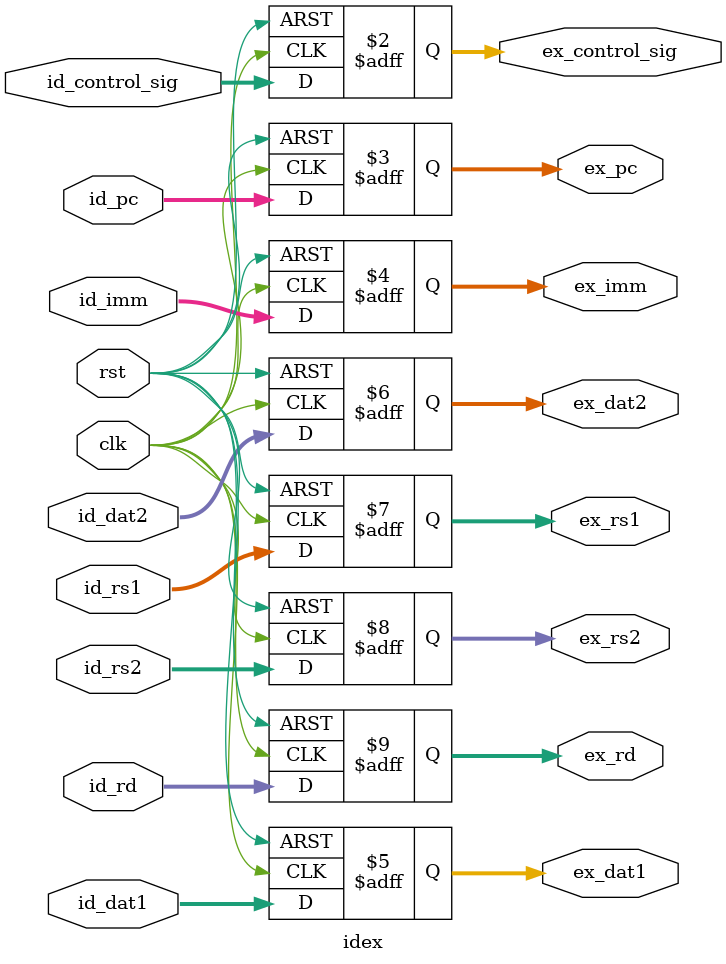
<source format=v>
module idex(clk, rst, id_control_sig, id_pc, id_dat1, id_dat2, id_imm, id_rs1, id_rs2, id_rd,
 ex_control_sig, ex_pc, ex_dat1, ex_dat2, ex_imm, ex_rs1, ex_rs2, ex_rd);

    input wire clk, rst;
    input wire [13:0] id_control_sig;
    output reg [13:0] ex_control_sig;
    input wire [31:0] id_pc, id_imm, id_dat1, id_dat2;
    output reg [31:0] ex_pc, ex_imm, ex_dat1, ex_dat2;
    input wire [4:0] id_rs1, id_rs2, id_rd;
    output reg [4:0] ex_rs1, ex_rs2, ex_rd;

    always @(posedge clk, posedge rst)
    begin
        if(rst)
        begin
            ex_control_sig <= 0;
            ex_pc <= 0;
            ex_imm <= 0;
            ex_dat1 <= 0;
            ex_dat2 <= 0;
            ex_rs1 <= 0;
            ex_rs2 <= 0;
            ex_rd <= 0;
        end
        else
        begin
            ex_control_sig <= id_control_sig;
            ex_pc <= id_pc;
            ex_imm <= id_imm;
            ex_dat1 <= id_dat1;
            ex_dat2 <= id_dat2;
            ex_rs1 <= id_rs1;
            ex_rs2 <= id_rs2;
            ex_rd <= id_rd;
        end
    end
endmodule
</source>
